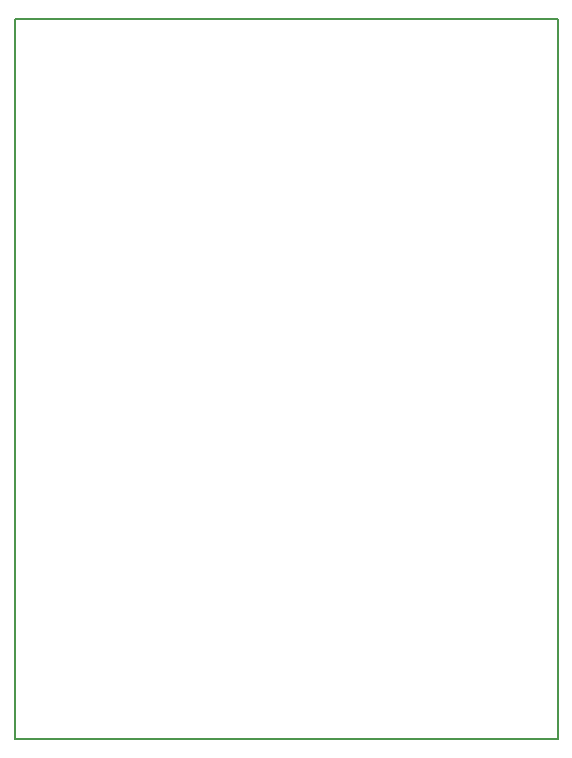
<source format=gbr>
G04 #@! TF.FileFunction,Profile,NP*
%FSLAX46Y46*%
G04 Gerber Fmt 4.6, Leading zero omitted, Abs format (unit mm)*
G04 Created by KiCad (PCBNEW 4.0.7) date 08/31/18 00:13:05*
%MOMM*%
%LPD*%
G01*
G04 APERTURE LIST*
%ADD10C,0.150000*%
G04 APERTURE END LIST*
D10*
X155000000Y-75000000D02*
X155000000Y-135300000D01*
X150000000Y-75000000D02*
X155000000Y-75000000D01*
X150000000Y-75000000D02*
X110000000Y-75000000D01*
X120000000Y-136000000D02*
X128000000Y-136000000D01*
X128000000Y-136000000D02*
X155000000Y-136000000D01*
X109000000Y-136000000D02*
X120000000Y-136000000D01*
X155000000Y-136000000D02*
X155000000Y-135000000D01*
X109000000Y-75000000D02*
X109000000Y-136000000D01*
X110000000Y-75000000D02*
X109000000Y-75000000D01*
M02*

</source>
